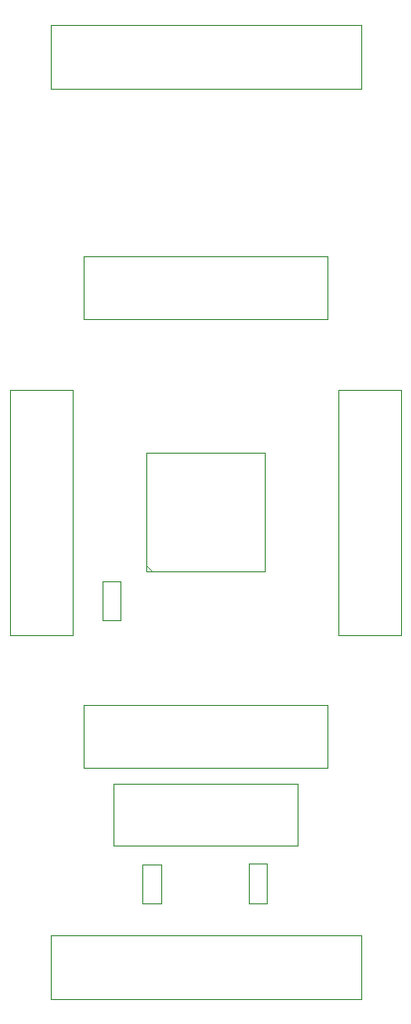
<source format=gbr>
%TF.GenerationSoftware,Altium Limited,Altium Designer,23.4.1 (23)*%
G04 Layer_Color=32768*
%FSLAX45Y45*%
%MOMM*%
%TF.SameCoordinates,6CFBE55C-8612-4E24-A10C-01F6C23EBCE3*%
%TF.FilePolarity,Positive*%
%TF.FileFunction,Other,Mechanical_15*%
%TF.Part,Single*%
G01*
G75*
%TA.AperFunction,NonConductor*%
%ADD37C,0.10000*%
%ADD38C,0.05000*%
%ADD39C,0.05080*%
D37*
X1150000Y4050000D02*
X1200000Y4000000D01*
X1150000D02*
X2150000D01*
Y5000000D01*
X1150000D02*
X2150000D01*
X1150000Y4000000D02*
Y5000000D01*
D38*
X609000Y2328500D02*
X2691000D01*
Y2861500D01*
X609000D02*
X2691000D01*
X609000Y2328500D02*
Y2861500D01*
X3312500Y3459000D02*
Y5541000D01*
X2779500D02*
X3312500D01*
X2779500Y3459000D02*
Y5541000D01*
Y3459000D02*
X3312500D01*
X609000Y6671500D02*
X2691000D01*
X609000Y6138500D02*
Y6671500D01*
Y6138500D02*
X2691000D01*
Y6671500D01*
X2971500Y362350D02*
Y907650D01*
X330500D02*
X2971500D01*
X330500Y362350D02*
Y907650D01*
Y362350D02*
X2971500D01*
X-12500Y5541000D02*
X520500D01*
Y3459000D02*
Y5541000D01*
X-12500Y3459000D02*
X520500D01*
X-12500D02*
Y5541000D01*
X870000Y1670400D02*
X2430000D01*
X870000D02*
Y2190400D01*
X2430000D01*
Y1670400D02*
Y2190400D01*
X2971500Y8092350D02*
Y8637650D01*
X330500D02*
X2971500D01*
X330500Y8092350D02*
Y8637650D01*
Y8092350D02*
X2971500D01*
D39*
X929200Y3579200D02*
Y3913800D01*
X772600Y3579200D02*
X929200D01*
X772600D02*
Y3913800D01*
X929200D01*
X2017200Y1178900D02*
X2173800D01*
Y1513500D01*
X2017200D02*
X2173800D01*
X2017200Y1178900D02*
Y1513500D01*
X1115500Y1175000D02*
X1272100D01*
Y1509600D01*
X1115500D02*
X1272100D01*
X1115500Y1175000D02*
Y1509600D01*
%TF.MD5,a9df315f000cf09b9398694ca148fefe*%
M02*

</source>
